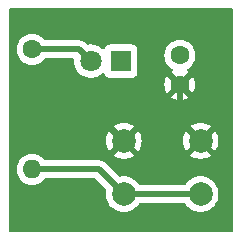
<source format=gtl>
G04 #@! TF.GenerationSoftware,KiCad,Pcbnew,(6.0.9-0)*
G04 #@! TF.CreationDate,2022-12-03T16:28:07+09:00*
G04 #@! TF.ProjectId,LEDchika,4c454463-6869-46b6-912e-6b696361645f,rev?*
G04 #@! TF.SameCoordinates,Original*
G04 #@! TF.FileFunction,Copper,L1,Top*
G04 #@! TF.FilePolarity,Positive*
%FSLAX46Y46*%
G04 Gerber Fmt 4.6, Leading zero omitted, Abs format (unit mm)*
G04 Created by KiCad (PCBNEW (6.0.9-0)) date 2022-12-03 16:28:07*
%MOMM*%
%LPD*%
G01*
G04 APERTURE LIST*
G04 #@! TA.AperFunction,ComponentPad*
%ADD10C,1.600000*%
G04 #@! TD*
G04 #@! TA.AperFunction,ComponentPad*
%ADD11O,1.600000X1.600000*%
G04 #@! TD*
G04 #@! TA.AperFunction,ComponentPad*
%ADD12R,1.800000X1.800000*%
G04 #@! TD*
G04 #@! TA.AperFunction,ComponentPad*
%ADD13C,1.800000*%
G04 #@! TD*
G04 #@! TA.AperFunction,ComponentPad*
%ADD14C,2.000000*%
G04 #@! TD*
G04 #@! TA.AperFunction,Conductor*
%ADD15C,0.500000*%
G04 #@! TD*
G04 APERTURE END LIST*
D10*
X155000000Y-117000000D03*
X155000000Y-114500000D03*
X142500000Y-114000000D03*
D11*
X142500000Y-124160000D03*
D12*
X150000000Y-115000000D03*
D13*
X147460000Y-115000000D03*
D14*
X156750000Y-126250000D03*
X150250000Y-126250000D03*
X150250000Y-121750000D03*
X156750000Y-121750000D03*
D15*
X152000000Y-120000000D02*
X150250000Y-121750000D01*
X155000000Y-117000000D02*
X155000000Y-120000000D01*
X155000000Y-120000000D02*
X152000000Y-120000000D01*
X155000000Y-120000000D02*
X156750000Y-121750000D01*
X143000000Y-114000000D02*
X146460000Y-114000000D01*
X146460000Y-114000000D02*
X147460000Y-115000000D01*
X150250000Y-126250000D02*
X148160000Y-124160000D01*
X156750000Y-126250000D02*
X150250000Y-126250000D01*
X148160000Y-124160000D02*
X143000000Y-124160000D01*
G04 #@! TA.AperFunction,Conductor*
G36*
X159433621Y-110528502D02*
G01*
X159480114Y-110582158D01*
X159491500Y-110634500D01*
X159491500Y-129365500D01*
X159471498Y-129433621D01*
X159417842Y-129480114D01*
X159365500Y-129491500D01*
X140634500Y-129491500D01*
X140566379Y-129471498D01*
X140519886Y-129417842D01*
X140508500Y-129365500D01*
X140508500Y-124160000D01*
X141186502Y-124160000D01*
X141206457Y-124388087D01*
X141265716Y-124609243D01*
X141268039Y-124614224D01*
X141268039Y-124614225D01*
X141360151Y-124811762D01*
X141360154Y-124811767D01*
X141362477Y-124816749D01*
X141493802Y-125004300D01*
X141655700Y-125166198D01*
X141660208Y-125169355D01*
X141660211Y-125169357D01*
X141738389Y-125224098D01*
X141843251Y-125297523D01*
X141848233Y-125299846D01*
X141848238Y-125299849D01*
X141987530Y-125364801D01*
X142050757Y-125394284D01*
X142056065Y-125395706D01*
X142056067Y-125395707D01*
X142266598Y-125452119D01*
X142266600Y-125452119D01*
X142271913Y-125453543D01*
X142500000Y-125473498D01*
X142728087Y-125453543D01*
X142733400Y-125452119D01*
X142733402Y-125452119D01*
X142943933Y-125395707D01*
X142943935Y-125395706D01*
X142949243Y-125394284D01*
X143012470Y-125364801D01*
X143151762Y-125299849D01*
X143151767Y-125299846D01*
X143156749Y-125297523D01*
X143261611Y-125224098D01*
X143339789Y-125169357D01*
X143339792Y-125169355D01*
X143344300Y-125166198D01*
X143506198Y-125004300D01*
X143528655Y-124972229D01*
X143584110Y-124927901D01*
X143631867Y-124918500D01*
X147793629Y-124918500D01*
X147861750Y-124938502D01*
X147882724Y-124955405D01*
X148741412Y-125814093D01*
X148775438Y-125876405D01*
X148774836Y-125932602D01*
X148756620Y-126008476D01*
X148756619Y-126008482D01*
X148755465Y-126013289D01*
X148736835Y-126250000D01*
X148755465Y-126486711D01*
X148810895Y-126717594D01*
X148901760Y-126936963D01*
X148904346Y-126941183D01*
X149023241Y-127135202D01*
X149023245Y-127135208D01*
X149025824Y-127139416D01*
X149180031Y-127319969D01*
X149360584Y-127474176D01*
X149364792Y-127476755D01*
X149364798Y-127476759D01*
X149558817Y-127595654D01*
X149563037Y-127598240D01*
X149567607Y-127600133D01*
X149567611Y-127600135D01*
X149777833Y-127687211D01*
X149782406Y-127689105D01*
X149862609Y-127708360D01*
X150008476Y-127743380D01*
X150008482Y-127743381D01*
X150013289Y-127744535D01*
X150250000Y-127763165D01*
X150486711Y-127744535D01*
X150491518Y-127743381D01*
X150491524Y-127743380D01*
X150637391Y-127708360D01*
X150717594Y-127689105D01*
X150722167Y-127687211D01*
X150932389Y-127600135D01*
X150932393Y-127600133D01*
X150936963Y-127598240D01*
X150941183Y-127595654D01*
X151135202Y-127476759D01*
X151135208Y-127476755D01*
X151139416Y-127474176D01*
X151319969Y-127319969D01*
X151474176Y-127139416D01*
X151517533Y-127068664D01*
X151570181Y-127021033D01*
X151624965Y-127008500D01*
X155375035Y-127008500D01*
X155443156Y-127028502D01*
X155482466Y-127068663D01*
X155525824Y-127139416D01*
X155680031Y-127319969D01*
X155860584Y-127474176D01*
X155864792Y-127476755D01*
X155864798Y-127476759D01*
X156058817Y-127595654D01*
X156063037Y-127598240D01*
X156067607Y-127600133D01*
X156067611Y-127600135D01*
X156277833Y-127687211D01*
X156282406Y-127689105D01*
X156362609Y-127708360D01*
X156508476Y-127743380D01*
X156508482Y-127743381D01*
X156513289Y-127744535D01*
X156750000Y-127763165D01*
X156986711Y-127744535D01*
X156991518Y-127743381D01*
X156991524Y-127743380D01*
X157137391Y-127708360D01*
X157217594Y-127689105D01*
X157222167Y-127687211D01*
X157432389Y-127600135D01*
X157432393Y-127600133D01*
X157436963Y-127598240D01*
X157441183Y-127595654D01*
X157635202Y-127476759D01*
X157635208Y-127476755D01*
X157639416Y-127474176D01*
X157819969Y-127319969D01*
X157974176Y-127139416D01*
X157976755Y-127135208D01*
X157976759Y-127135202D01*
X158095654Y-126941183D01*
X158098240Y-126936963D01*
X158189105Y-126717594D01*
X158244535Y-126486711D01*
X158263165Y-126250000D01*
X158244535Y-126013289D01*
X158189105Y-125782406D01*
X158098240Y-125563037D01*
X158042145Y-125471498D01*
X157976759Y-125364798D01*
X157976755Y-125364792D01*
X157974176Y-125360584D01*
X157819969Y-125180031D01*
X157639416Y-125025824D01*
X157635208Y-125023245D01*
X157635202Y-125023241D01*
X157441183Y-124904346D01*
X157436963Y-124901760D01*
X157432393Y-124899867D01*
X157432389Y-124899865D01*
X157222167Y-124812789D01*
X157222165Y-124812788D01*
X157217594Y-124810895D01*
X157136012Y-124791309D01*
X156991524Y-124756620D01*
X156991518Y-124756619D01*
X156986711Y-124755465D01*
X156750000Y-124736835D01*
X156513289Y-124755465D01*
X156508482Y-124756619D01*
X156508476Y-124756620D01*
X156363988Y-124791309D01*
X156282406Y-124810895D01*
X156277835Y-124812788D01*
X156277833Y-124812789D01*
X156067611Y-124899865D01*
X156067607Y-124899867D01*
X156063037Y-124901760D01*
X156058817Y-124904346D01*
X155864798Y-125023241D01*
X155864792Y-125023245D01*
X155860584Y-125025824D01*
X155680031Y-125180031D01*
X155525824Y-125360584D01*
X155482467Y-125431336D01*
X155429819Y-125478967D01*
X155375035Y-125491500D01*
X151624965Y-125491500D01*
X151556844Y-125471498D01*
X151517533Y-125431336D01*
X151474176Y-125360584D01*
X151319969Y-125180031D01*
X151139416Y-125025824D01*
X151135208Y-125023245D01*
X151135202Y-125023241D01*
X150941183Y-124904346D01*
X150936963Y-124901760D01*
X150932393Y-124899867D01*
X150932389Y-124899865D01*
X150722167Y-124812789D01*
X150722165Y-124812788D01*
X150717594Y-124810895D01*
X150636012Y-124791309D01*
X150491524Y-124756620D01*
X150491518Y-124756619D01*
X150486711Y-124755465D01*
X150250000Y-124736835D01*
X150013289Y-124755465D01*
X150008482Y-124756619D01*
X150008476Y-124756620D01*
X149932602Y-124774836D01*
X149861694Y-124771289D01*
X149814093Y-124741412D01*
X148743770Y-123671089D01*
X148731384Y-123656677D01*
X148722851Y-123645082D01*
X148722846Y-123645077D01*
X148718508Y-123639182D01*
X148712930Y-123634443D01*
X148712927Y-123634440D01*
X148678232Y-123604965D01*
X148670716Y-123598035D01*
X148665021Y-123592340D01*
X148658880Y-123587482D01*
X148642749Y-123574719D01*
X148639345Y-123571928D01*
X148589297Y-123529409D01*
X148589295Y-123529408D01*
X148583715Y-123524667D01*
X148577199Y-123521339D01*
X148572150Y-123517972D01*
X148567021Y-123514805D01*
X148561284Y-123510266D01*
X148495125Y-123479345D01*
X148491225Y-123477439D01*
X148426192Y-123444231D01*
X148419084Y-123442492D01*
X148413441Y-123440393D01*
X148407678Y-123438476D01*
X148401050Y-123435378D01*
X148329583Y-123420513D01*
X148325299Y-123419543D01*
X148254390Y-123402192D01*
X148248788Y-123401844D01*
X148248785Y-123401844D01*
X148243236Y-123401500D01*
X148243238Y-123401464D01*
X148239245Y-123401225D01*
X148235053Y-123400851D01*
X148227885Y-123399360D01*
X148161675Y-123401151D01*
X148150479Y-123401454D01*
X148147072Y-123401500D01*
X143631867Y-123401500D01*
X143563746Y-123381498D01*
X143528655Y-123347772D01*
X143506198Y-123315700D01*
X143344300Y-123153802D01*
X143339792Y-123150645D01*
X143339789Y-123150643D01*
X143260615Y-123095205D01*
X143156749Y-123022477D01*
X143151767Y-123020154D01*
X143151762Y-123020151D01*
X143071383Y-122982670D01*
X149382160Y-122982670D01*
X149387887Y-122990320D01*
X149559042Y-123095205D01*
X149567837Y-123099687D01*
X149777988Y-123186734D01*
X149787373Y-123189783D01*
X150008554Y-123242885D01*
X150018301Y-123244428D01*
X150245070Y-123262275D01*
X150254930Y-123262275D01*
X150481699Y-123244428D01*
X150491446Y-123242885D01*
X150712627Y-123189783D01*
X150722012Y-123186734D01*
X150932163Y-123099687D01*
X150940958Y-123095205D01*
X151108445Y-122992568D01*
X151117400Y-122982670D01*
X155882160Y-122982670D01*
X155887887Y-122990320D01*
X156059042Y-123095205D01*
X156067837Y-123099687D01*
X156277988Y-123186734D01*
X156287373Y-123189783D01*
X156508554Y-123242885D01*
X156518301Y-123244428D01*
X156745070Y-123262275D01*
X156754930Y-123262275D01*
X156981699Y-123244428D01*
X156991446Y-123242885D01*
X157212627Y-123189783D01*
X157222012Y-123186734D01*
X157432163Y-123099687D01*
X157440958Y-123095205D01*
X157608445Y-122992568D01*
X157617907Y-122982110D01*
X157614124Y-122973334D01*
X156762812Y-122122022D01*
X156748868Y-122114408D01*
X156747035Y-122114539D01*
X156740420Y-122118790D01*
X155888920Y-122970290D01*
X155882160Y-122982670D01*
X151117400Y-122982670D01*
X151117907Y-122982110D01*
X151114124Y-122973334D01*
X150262812Y-122122022D01*
X150248868Y-122114408D01*
X150247035Y-122114539D01*
X150240420Y-122118790D01*
X149388920Y-122970290D01*
X149382160Y-122982670D01*
X143071383Y-122982670D01*
X142954225Y-122928039D01*
X142954224Y-122928039D01*
X142949243Y-122925716D01*
X142943935Y-122924294D01*
X142943933Y-122924293D01*
X142733402Y-122867881D01*
X142733400Y-122867881D01*
X142728087Y-122866457D01*
X142500000Y-122846502D01*
X142271913Y-122866457D01*
X142266600Y-122867881D01*
X142266598Y-122867881D01*
X142056067Y-122924293D01*
X142056065Y-122924294D01*
X142050757Y-122925716D01*
X142045776Y-122928039D01*
X142045775Y-122928039D01*
X141848238Y-123020151D01*
X141848233Y-123020154D01*
X141843251Y-123022477D01*
X141739385Y-123095205D01*
X141660211Y-123150643D01*
X141660208Y-123150645D01*
X141655700Y-123153802D01*
X141493802Y-123315700D01*
X141362477Y-123503251D01*
X141360154Y-123508233D01*
X141360151Y-123508238D01*
X141290934Y-123656677D01*
X141265716Y-123710757D01*
X141206457Y-123931913D01*
X141186502Y-124160000D01*
X140508500Y-124160000D01*
X140508500Y-121754930D01*
X148737725Y-121754930D01*
X148755572Y-121981699D01*
X148757115Y-121991446D01*
X148810217Y-122212627D01*
X148813266Y-122222012D01*
X148900313Y-122432163D01*
X148904795Y-122440958D01*
X149007432Y-122608445D01*
X149017890Y-122617907D01*
X149026666Y-122614124D01*
X149877978Y-121762812D01*
X149884356Y-121751132D01*
X150614408Y-121751132D01*
X150614539Y-121752965D01*
X150618790Y-121759580D01*
X151470290Y-122611080D01*
X151482670Y-122617840D01*
X151490320Y-122612113D01*
X151595205Y-122440958D01*
X151599687Y-122432163D01*
X151686734Y-122222012D01*
X151689783Y-122212627D01*
X151742885Y-121991446D01*
X151744428Y-121981699D01*
X151762275Y-121754930D01*
X155237725Y-121754930D01*
X155255572Y-121981699D01*
X155257115Y-121991446D01*
X155310217Y-122212627D01*
X155313266Y-122222012D01*
X155400313Y-122432163D01*
X155404795Y-122440958D01*
X155507432Y-122608445D01*
X155517890Y-122617907D01*
X155526666Y-122614124D01*
X156377978Y-121762812D01*
X156384356Y-121751132D01*
X157114408Y-121751132D01*
X157114539Y-121752965D01*
X157118790Y-121759580D01*
X157970290Y-122611080D01*
X157982670Y-122617840D01*
X157990320Y-122612113D01*
X158095205Y-122440958D01*
X158099687Y-122432163D01*
X158186734Y-122222012D01*
X158189783Y-122212627D01*
X158242885Y-121991446D01*
X158244428Y-121981699D01*
X158262275Y-121754930D01*
X158262275Y-121745070D01*
X158244428Y-121518301D01*
X158242885Y-121508554D01*
X158189783Y-121287373D01*
X158186734Y-121277988D01*
X158099687Y-121067837D01*
X158095205Y-121059042D01*
X157992568Y-120891555D01*
X157982110Y-120882093D01*
X157973334Y-120885876D01*
X157122022Y-121737188D01*
X157114408Y-121751132D01*
X156384356Y-121751132D01*
X156385592Y-121748868D01*
X156385461Y-121747035D01*
X156381210Y-121740420D01*
X155529710Y-120888920D01*
X155517330Y-120882160D01*
X155509680Y-120887887D01*
X155404795Y-121059042D01*
X155400313Y-121067837D01*
X155313266Y-121277988D01*
X155310217Y-121287373D01*
X155257115Y-121508554D01*
X155255572Y-121518301D01*
X155237725Y-121745070D01*
X155237725Y-121754930D01*
X151762275Y-121754930D01*
X151762275Y-121745070D01*
X151744428Y-121518301D01*
X151742885Y-121508554D01*
X151689783Y-121287373D01*
X151686734Y-121277988D01*
X151599687Y-121067837D01*
X151595205Y-121059042D01*
X151492568Y-120891555D01*
X151482110Y-120882093D01*
X151473334Y-120885876D01*
X150622022Y-121737188D01*
X150614408Y-121751132D01*
X149884356Y-121751132D01*
X149885592Y-121748868D01*
X149885461Y-121747035D01*
X149881210Y-121740420D01*
X149029710Y-120888920D01*
X149017330Y-120882160D01*
X149009680Y-120887887D01*
X148904795Y-121059042D01*
X148900313Y-121067837D01*
X148813266Y-121277988D01*
X148810217Y-121287373D01*
X148757115Y-121508554D01*
X148755572Y-121518301D01*
X148737725Y-121745070D01*
X148737725Y-121754930D01*
X140508500Y-121754930D01*
X140508500Y-120517890D01*
X149382093Y-120517890D01*
X149385876Y-120526666D01*
X150237188Y-121377978D01*
X150251132Y-121385592D01*
X150252965Y-121385461D01*
X150259580Y-121381210D01*
X151111080Y-120529710D01*
X151117534Y-120517890D01*
X155882093Y-120517890D01*
X155885876Y-120526666D01*
X156737188Y-121377978D01*
X156751132Y-121385592D01*
X156752965Y-121385461D01*
X156759580Y-121381210D01*
X157611080Y-120529710D01*
X157617840Y-120517330D01*
X157612113Y-120509680D01*
X157440958Y-120404795D01*
X157432163Y-120400313D01*
X157222012Y-120313266D01*
X157212627Y-120310217D01*
X156991446Y-120257115D01*
X156981699Y-120255572D01*
X156754930Y-120237725D01*
X156745070Y-120237725D01*
X156518301Y-120255572D01*
X156508554Y-120257115D01*
X156287373Y-120310217D01*
X156277988Y-120313266D01*
X156067837Y-120400313D01*
X156059042Y-120404795D01*
X155891555Y-120507432D01*
X155882093Y-120517890D01*
X151117534Y-120517890D01*
X151117840Y-120517330D01*
X151112113Y-120509680D01*
X150940958Y-120404795D01*
X150932163Y-120400313D01*
X150722012Y-120313266D01*
X150712627Y-120310217D01*
X150491446Y-120257115D01*
X150481699Y-120255572D01*
X150254930Y-120237725D01*
X150245070Y-120237725D01*
X150018301Y-120255572D01*
X150008554Y-120257115D01*
X149787373Y-120310217D01*
X149777988Y-120313266D01*
X149567837Y-120400313D01*
X149559042Y-120404795D01*
X149391555Y-120507432D01*
X149382093Y-120517890D01*
X140508500Y-120517890D01*
X140508500Y-118086062D01*
X154278493Y-118086062D01*
X154287789Y-118098077D01*
X154338994Y-118133931D01*
X154348489Y-118139414D01*
X154545947Y-118231490D01*
X154556239Y-118235236D01*
X154766688Y-118291625D01*
X154777481Y-118293528D01*
X154994525Y-118312517D01*
X155005475Y-118312517D01*
X155222519Y-118293528D01*
X155233312Y-118291625D01*
X155443761Y-118235236D01*
X155454053Y-118231490D01*
X155651511Y-118139414D01*
X155661006Y-118133931D01*
X155713048Y-118097491D01*
X155721424Y-118087012D01*
X155714356Y-118073566D01*
X155012812Y-117372022D01*
X154998868Y-117364408D01*
X154997035Y-117364539D01*
X154990420Y-117368790D01*
X154284923Y-118074287D01*
X154278493Y-118086062D01*
X140508500Y-118086062D01*
X140508500Y-117005475D01*
X153687483Y-117005475D01*
X153706472Y-117222519D01*
X153708375Y-117233312D01*
X153764764Y-117443761D01*
X153768510Y-117454053D01*
X153860586Y-117651511D01*
X153866069Y-117661006D01*
X153902509Y-117713048D01*
X153912988Y-117721424D01*
X153926434Y-117714356D01*
X154627978Y-117012812D01*
X154634356Y-117001132D01*
X155364408Y-117001132D01*
X155364539Y-117002965D01*
X155368790Y-117009580D01*
X156074287Y-117715077D01*
X156086062Y-117721507D01*
X156098077Y-117712211D01*
X156133931Y-117661006D01*
X156139414Y-117651511D01*
X156231490Y-117454053D01*
X156235236Y-117443761D01*
X156291625Y-117233312D01*
X156293528Y-117222519D01*
X156312517Y-117005475D01*
X156312517Y-116994525D01*
X156293528Y-116777481D01*
X156291625Y-116766688D01*
X156235236Y-116556239D01*
X156231490Y-116545947D01*
X156139414Y-116348489D01*
X156133931Y-116338994D01*
X156097491Y-116286952D01*
X156087012Y-116278576D01*
X156073566Y-116285644D01*
X155372022Y-116987188D01*
X155364408Y-117001132D01*
X154634356Y-117001132D01*
X154635592Y-116998868D01*
X154635461Y-116997035D01*
X154631210Y-116990420D01*
X153925713Y-116284923D01*
X153913938Y-116278493D01*
X153901923Y-116287789D01*
X153866069Y-116338994D01*
X153860586Y-116348489D01*
X153768510Y-116545947D01*
X153764764Y-116556239D01*
X153708375Y-116766688D01*
X153706472Y-116777481D01*
X153687483Y-116994525D01*
X153687483Y-117005475D01*
X140508500Y-117005475D01*
X140508500Y-114000000D01*
X141186502Y-114000000D01*
X141206457Y-114228087D01*
X141207881Y-114233400D01*
X141207881Y-114233402D01*
X141219669Y-114277393D01*
X141265716Y-114449243D01*
X141268039Y-114454224D01*
X141268039Y-114454225D01*
X141360151Y-114651762D01*
X141360154Y-114651767D01*
X141362477Y-114656749D01*
X141493802Y-114844300D01*
X141655700Y-115006198D01*
X141660208Y-115009355D01*
X141660211Y-115009357D01*
X141738389Y-115064098D01*
X141843251Y-115137523D01*
X141848233Y-115139846D01*
X141848238Y-115139849D01*
X142045775Y-115231961D01*
X142050757Y-115234284D01*
X142056065Y-115235706D01*
X142056067Y-115235707D01*
X142266598Y-115292119D01*
X142266600Y-115292119D01*
X142271913Y-115293543D01*
X142500000Y-115313498D01*
X142728087Y-115293543D01*
X142733400Y-115292119D01*
X142733402Y-115292119D01*
X142943933Y-115235707D01*
X142943935Y-115235706D01*
X142949243Y-115234284D01*
X142954225Y-115231961D01*
X143151762Y-115139849D01*
X143151767Y-115139846D01*
X143156749Y-115137523D01*
X143261611Y-115064098D01*
X143339789Y-115009357D01*
X143339792Y-115009355D01*
X143344300Y-115006198D01*
X143506198Y-114844300D01*
X143528655Y-114812229D01*
X143584110Y-114767901D01*
X143631867Y-114758500D01*
X145929030Y-114758500D01*
X145997151Y-114778502D01*
X146043644Y-114832158D01*
X146054317Y-114897889D01*
X146047643Y-114960336D01*
X146047643Y-114960343D01*
X146047095Y-114965469D01*
X146047392Y-114970622D01*
X146047392Y-114970625D01*
X146049443Y-115006198D01*
X146060427Y-115196697D01*
X146061564Y-115201743D01*
X146061565Y-115201749D01*
X146069218Y-115235707D01*
X146111346Y-115422642D01*
X146113288Y-115427424D01*
X146113289Y-115427428D01*
X146146557Y-115509357D01*
X146198484Y-115637237D01*
X146319501Y-115834719D01*
X146471147Y-116009784D01*
X146649349Y-116157730D01*
X146849322Y-116274584D01*
X146854147Y-116276426D01*
X146854148Y-116276427D01*
X146859776Y-116278576D01*
X147065694Y-116357209D01*
X147070760Y-116358240D01*
X147070761Y-116358240D01*
X147123846Y-116369040D01*
X147292656Y-116403385D01*
X147422089Y-116408131D01*
X147518949Y-116411683D01*
X147518953Y-116411683D01*
X147524113Y-116411872D01*
X147529233Y-116411216D01*
X147529235Y-116411216D01*
X147603166Y-116401745D01*
X147753847Y-116382442D01*
X147758795Y-116380957D01*
X147758802Y-116380956D01*
X147970747Y-116317369D01*
X147975690Y-116315886D01*
X147980324Y-116313616D01*
X148179049Y-116216262D01*
X148179052Y-116216260D01*
X148183684Y-116213991D01*
X148372243Y-116079494D01*
X148417309Y-116034585D01*
X148479681Y-116000669D01*
X148550487Y-116005857D01*
X148607249Y-116048503D01*
X148624231Y-116079607D01*
X148649385Y-116146705D01*
X148736739Y-116263261D01*
X148853295Y-116350615D01*
X148989684Y-116401745D01*
X149051866Y-116408500D01*
X150948134Y-116408500D01*
X151010316Y-116401745D01*
X151146705Y-116350615D01*
X151263261Y-116263261D01*
X151350615Y-116146705D01*
X151401745Y-116010316D01*
X151408500Y-115948134D01*
X151408500Y-114500000D01*
X153686502Y-114500000D01*
X153706457Y-114728087D01*
X153707881Y-114733400D01*
X153707881Y-114733402D01*
X153751956Y-114897889D01*
X153765716Y-114949243D01*
X153768039Y-114954224D01*
X153768039Y-114954225D01*
X153860151Y-115151762D01*
X153860154Y-115151767D01*
X153862477Y-115156749D01*
X153993802Y-115344300D01*
X154155700Y-115506198D01*
X154160208Y-115509355D01*
X154160211Y-115509357D01*
X154263876Y-115581944D01*
X154343251Y-115637523D01*
X154348235Y-115639847D01*
X154350528Y-115641171D01*
X154399521Y-115692553D01*
X154412957Y-115762267D01*
X154386571Y-115828178D01*
X154350528Y-115859409D01*
X154338998Y-115866066D01*
X154286952Y-115902509D01*
X154278576Y-115912988D01*
X154285644Y-115926434D01*
X154987188Y-116627978D01*
X155001132Y-116635592D01*
X155002965Y-116635461D01*
X155009580Y-116631210D01*
X155715077Y-115925713D01*
X155721507Y-115913938D01*
X155712211Y-115901923D01*
X155661002Y-115866066D01*
X155649472Y-115859409D01*
X155600479Y-115808027D01*
X155587042Y-115738313D01*
X155613429Y-115672402D01*
X155649472Y-115641171D01*
X155651765Y-115639847D01*
X155656749Y-115637523D01*
X155736124Y-115581944D01*
X155839789Y-115509357D01*
X155839792Y-115509355D01*
X155844300Y-115506198D01*
X156006198Y-115344300D01*
X156137523Y-115156749D01*
X156139846Y-115151767D01*
X156139849Y-115151762D01*
X156231961Y-114954225D01*
X156231961Y-114954224D01*
X156234284Y-114949243D01*
X156248045Y-114897889D01*
X156292119Y-114733402D01*
X156292119Y-114733400D01*
X156293543Y-114728087D01*
X156313498Y-114500000D01*
X156293543Y-114271913D01*
X156281800Y-114228087D01*
X156235707Y-114056067D01*
X156235706Y-114056065D01*
X156234284Y-114050757D01*
X156208063Y-113994525D01*
X156139849Y-113848238D01*
X156139846Y-113848233D01*
X156137523Y-113843251D01*
X156006198Y-113655700D01*
X155844300Y-113493802D01*
X155839792Y-113490645D01*
X155839789Y-113490643D01*
X155727372Y-113411928D01*
X155656749Y-113362477D01*
X155651767Y-113360154D01*
X155651762Y-113360151D01*
X155454225Y-113268039D01*
X155454224Y-113268039D01*
X155449243Y-113265716D01*
X155443935Y-113264294D01*
X155443933Y-113264293D01*
X155233402Y-113207881D01*
X155233400Y-113207881D01*
X155228087Y-113206457D01*
X155000000Y-113186502D01*
X154771913Y-113206457D01*
X154766600Y-113207881D01*
X154766598Y-113207881D01*
X154556067Y-113264293D01*
X154556065Y-113264294D01*
X154550757Y-113265716D01*
X154545776Y-113268039D01*
X154545775Y-113268039D01*
X154348238Y-113360151D01*
X154348233Y-113360154D01*
X154343251Y-113362477D01*
X154272628Y-113411928D01*
X154160211Y-113490643D01*
X154160208Y-113490645D01*
X154155700Y-113493802D01*
X153993802Y-113655700D01*
X153862477Y-113843251D01*
X153860154Y-113848233D01*
X153860151Y-113848238D01*
X153791937Y-113994525D01*
X153765716Y-114050757D01*
X153764294Y-114056065D01*
X153764293Y-114056067D01*
X153718200Y-114228087D01*
X153706457Y-114271913D01*
X153686502Y-114500000D01*
X151408500Y-114500000D01*
X151408500Y-114051866D01*
X151401745Y-113989684D01*
X151350615Y-113853295D01*
X151263261Y-113736739D01*
X151146705Y-113649385D01*
X151010316Y-113598255D01*
X150948134Y-113591500D01*
X149051866Y-113591500D01*
X148989684Y-113598255D01*
X148853295Y-113649385D01*
X148736739Y-113736739D01*
X148649385Y-113853295D01*
X148646233Y-113861703D01*
X148646232Y-113861705D01*
X148625538Y-113916906D01*
X148582897Y-113973671D01*
X148516335Y-113998371D01*
X148446986Y-113983164D01*
X148424167Y-113966666D01*
X148423887Y-113966358D01*
X148291373Y-113861705D01*
X148246177Y-113826011D01*
X148246172Y-113826008D01*
X148242123Y-113822810D01*
X148237607Y-113820317D01*
X148237604Y-113820315D01*
X148043879Y-113713373D01*
X148043875Y-113713371D01*
X148039355Y-113710876D01*
X148034486Y-113709152D01*
X148034482Y-113709150D01*
X147825903Y-113635288D01*
X147825899Y-113635287D01*
X147821028Y-113633562D01*
X147815935Y-113632655D01*
X147815932Y-113632654D01*
X147598095Y-113593851D01*
X147598089Y-113593850D01*
X147593006Y-113592945D01*
X147520096Y-113592054D01*
X147366581Y-113590179D01*
X147366579Y-113590179D01*
X147361411Y-113590116D01*
X147217515Y-113612135D01*
X147147152Y-113602667D01*
X147109361Y-113576680D01*
X147043770Y-113511089D01*
X147031384Y-113496677D01*
X147022851Y-113485082D01*
X147022846Y-113485077D01*
X147018508Y-113479182D01*
X147012930Y-113474443D01*
X147012927Y-113474440D01*
X146978232Y-113444965D01*
X146970716Y-113438035D01*
X146965021Y-113432340D01*
X146958880Y-113427482D01*
X146942749Y-113414719D01*
X146939345Y-113411928D01*
X146889297Y-113369409D01*
X146889295Y-113369408D01*
X146883715Y-113364667D01*
X146877199Y-113361339D01*
X146872150Y-113357972D01*
X146867021Y-113354805D01*
X146861284Y-113350266D01*
X146795125Y-113319345D01*
X146791225Y-113317439D01*
X146726192Y-113284231D01*
X146719084Y-113282492D01*
X146713441Y-113280393D01*
X146707678Y-113278476D01*
X146701050Y-113275378D01*
X146629583Y-113260513D01*
X146625299Y-113259543D01*
X146554390Y-113242192D01*
X146548788Y-113241844D01*
X146548785Y-113241844D01*
X146543236Y-113241500D01*
X146543238Y-113241464D01*
X146539245Y-113241225D01*
X146535053Y-113240851D01*
X146527885Y-113239360D01*
X146461675Y-113241151D01*
X146450479Y-113241454D01*
X146447072Y-113241500D01*
X143631867Y-113241500D01*
X143563746Y-113221498D01*
X143528655Y-113187772D01*
X143506198Y-113155700D01*
X143344300Y-112993802D01*
X143339792Y-112990645D01*
X143339789Y-112990643D01*
X143261611Y-112935902D01*
X143156749Y-112862477D01*
X143151767Y-112860154D01*
X143151762Y-112860151D01*
X142954225Y-112768039D01*
X142954224Y-112768039D01*
X142949243Y-112765716D01*
X142943935Y-112764294D01*
X142943933Y-112764293D01*
X142733402Y-112707881D01*
X142733400Y-112707881D01*
X142728087Y-112706457D01*
X142500000Y-112686502D01*
X142271913Y-112706457D01*
X142266600Y-112707881D01*
X142266598Y-112707881D01*
X142056067Y-112764293D01*
X142056065Y-112764294D01*
X142050757Y-112765716D01*
X142045776Y-112768039D01*
X142045775Y-112768039D01*
X141848238Y-112860151D01*
X141848233Y-112860154D01*
X141843251Y-112862477D01*
X141738389Y-112935902D01*
X141660211Y-112990643D01*
X141660208Y-112990645D01*
X141655700Y-112993802D01*
X141493802Y-113155700D01*
X141362477Y-113343251D01*
X141360154Y-113348233D01*
X141360151Y-113348238D01*
X141293747Y-113490643D01*
X141265716Y-113550757D01*
X141264294Y-113556065D01*
X141264293Y-113556067D01*
X141237845Y-113654771D01*
X141206457Y-113771913D01*
X141186502Y-114000000D01*
X140508500Y-114000000D01*
X140508500Y-110634500D01*
X140528502Y-110566379D01*
X140582158Y-110519886D01*
X140634500Y-110508500D01*
X159365500Y-110508500D01*
X159433621Y-110528502D01*
G37*
G04 #@! TD.AperFunction*
M02*

</source>
